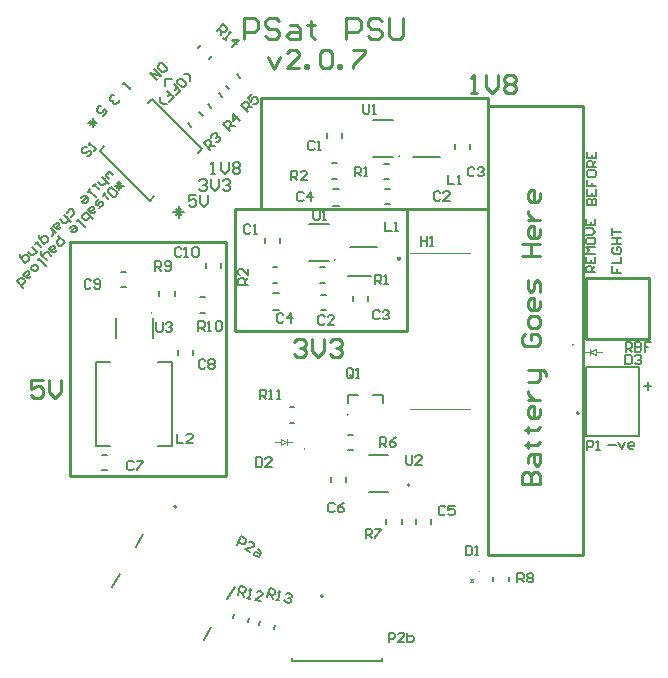
<source format=gto>
G04*
G04 #@! TF.GenerationSoftware,Altium Limited,Altium Designer,25.1.2 (22)*
G04*
G04 Layer_Color=65535*
%FSLAX44Y44*%
%MOMM*%
G71*
G04*
G04 #@! TF.SameCoordinates,4DC4BC11-A5A9-46D6-A818-46A4CD50810F*
G04*
G04*
G04 #@! TF.FilePolarity,Positive*
G04*
G01*
G75*
%ADD10C,0.3000*%
%ADD11C,0.2000*%
%ADD12C,0.1000*%
%ADD13C,0.2032*%
%ADD14C,0.1270*%
%ADD15C,0.2540*%
%ADD16C,0.1500*%
%ADD17C,0.1600*%
D10*
X339626Y341176D02*
G03*
X338626Y341176I-500J0D01*
G01*
X338670Y341062D02*
G03*
X339670Y341062I500J0D01*
G01*
D11*
X348015Y149523D02*
G03*
X348015Y149523I-1000J0D01*
G01*
X274770Y55500D02*
G03*
X274770Y55500I-1000J0D01*
G01*
X150742Y131231D02*
G03*
X150742Y131231I-1000J0D01*
G01*
X491474Y210237D02*
G03*
X491474Y210237I-1000J0D01*
G01*
X284953Y340329D02*
G03*
X284953Y340329I-254J0D01*
G01*
X295900Y209054D02*
G03*
X295900Y209054I-254J0D01*
G01*
X486280Y268347D02*
G03*
X486280Y268347I-254J0D01*
G01*
X259143Y179865D02*
G03*
X259143Y179865I-254J0D01*
G01*
X339302Y428178D02*
G03*
X339302Y428178I-254J0D01*
G01*
X297733Y350825D02*
X320733D01*
X351093Y427014D02*
X374093D01*
X128247Y390356D02*
X131818Y393927D01*
X85821Y432782D02*
X128247Y390356D01*
X85821Y432782D02*
X89392Y436353D01*
X126161Y473123D02*
X129732Y476693D01*
X172159Y434267D01*
X168587Y430696D02*
X172159Y434267D01*
X193599Y52794D02*
X199849Y63620D01*
X116177Y97494D02*
X122427Y108320D01*
X173599Y18153D02*
X180000Y29239D01*
X96177Y62853D02*
X102577Y73938D01*
X179848Y413181D02*
X183181D01*
X181514D01*
Y423177D01*
X179848Y421511D01*
X188179Y423177D02*
Y416513D01*
X191511Y413181D01*
X194843Y416513D01*
Y423177D01*
X198176Y421511D02*
X199842Y423177D01*
X203174D01*
X204840Y421511D01*
Y419845D01*
X203174Y418179D01*
X204840Y416513D01*
Y414847D01*
X203174Y413181D01*
X199842D01*
X198176Y414847D01*
Y416513D01*
X199842Y418179D01*
X198176Y419845D01*
Y421511D01*
X199842Y418179D02*
X203174D01*
X169688Y407054D02*
X171354Y408721D01*
X174686D01*
X176352Y407054D01*
Y405388D01*
X174686Y403722D01*
X173020D01*
X174686D01*
X176352Y402056D01*
Y400390D01*
X174686Y398724D01*
X171354D01*
X169688Y400390D01*
X179684Y408721D02*
Y402056D01*
X183016Y398724D01*
X186349Y402056D01*
Y408721D01*
X189681Y407054D02*
X191347Y408721D01*
X194679D01*
X196346Y407054D01*
Y405388D01*
X194679Y403722D01*
X193013D01*
X194679D01*
X196346Y402056D01*
Y400390D01*
X194679Y398724D01*
X191347D01*
X189681Y400390D01*
X167610Y394907D02*
X160946D01*
Y389909D01*
X164278Y391575D01*
X165944D01*
X167610Y389909D01*
Y386576D01*
X165944Y384910D01*
X162612D01*
X160946Y386576D01*
X170943Y394907D02*
Y388243D01*
X174275Y384910D01*
X177607Y388243D01*
Y394907D01*
X152521Y385418D02*
Y375993D01*
X147809Y380705D02*
X157234D01*
X150165Y383061D02*
X154878Y378349D01*
X150165D02*
X154878Y383061D01*
D12*
X407349Y76443D02*
G03*
X407349Y76443I-254J0D01*
G01*
X348370Y346000D02*
X399170D01*
X348370Y214000D02*
X399170D01*
X501185Y261997D02*
X505584Y259457D01*
Y264537D01*
X501185Y261997D02*
X505584Y264537D01*
X501012Y259457D02*
Y264537D01*
X505584Y261997D02*
X510664D01*
X496440D02*
X501520D01*
X239331Y188755D02*
X243731Y186215D01*
X239331Y183675D02*
Y188755D01*
Y183675D02*
X243731Y186215D01*
X243903Y183675D02*
Y188755D01*
X234251Y186215D02*
X239331D01*
X243395D02*
X248475D01*
X400813Y69753D02*
X402083Y67553D01*
X399543D02*
X402083D01*
X399543D02*
X400813Y69753D01*
X399543Y70347D02*
X402083D01*
D13*
X129755Y295248D02*
G03*
X129755Y295248I-254J0D01*
G01*
D14*
X164480Y259837D02*
Y263901D01*
X151780Y259837D02*
Y263901D01*
X232621Y298016D02*
X237701D01*
X232621Y312416D02*
X237701D01*
X283204Y385969D02*
X288284D01*
X283204Y400369D02*
X288284D01*
X313160Y305195D02*
Y309259D01*
X300460Y305195D02*
Y309259D01*
X386798Y434241D02*
Y438305D01*
X399497Y434241D02*
Y438305D01*
X273141Y298083D02*
X277205D01*
X273141Y310784D02*
X277205D01*
X327247Y387685D02*
X331311D01*
X327247Y400385D02*
X331311D01*
X238142Y354884D02*
Y358949D01*
X225442Y354884D02*
Y358949D01*
X290717Y443750D02*
Y447814D01*
X278017Y443750D02*
Y447814D01*
X272066Y333921D02*
X276129D01*
X272066Y320713D02*
X276129D01*
X175281Y333352D02*
Y337416D01*
X187981Y333352D02*
Y337416D01*
X314015Y143423D02*
X330015D01*
X314015Y174623D02*
X330015Y174623D01*
X248770Y500D02*
Y2800D01*
Y500D02*
X324770D01*
Y2800D01*
X296218Y326285D02*
X315334D01*
X134916Y182500D02*
X147216D01*
X82215D02*
X94515D01*
X134916Y253500D02*
X147216D01*
X82215D02*
X94515D01*
X147216Y182500D02*
Y253500D01*
X82215Y182500D02*
Y253500D01*
X497474Y190737D02*
Y249737D01*
Y190737D02*
X542474D01*
X497474Y249737D02*
X542474D01*
Y190737D02*
Y249737D01*
X262728Y339567D02*
X279746D01*
X262728Y370555D02*
X279746D01*
X296132Y225460D02*
X304432D01*
X316832D02*
X325132D01*
Y218760D02*
Y225460D01*
X296132Y218760D02*
Y225460D01*
X169860Y465116D02*
X172733Y462243D01*
X160520Y455777D02*
X163394Y452903D01*
X186318Y481302D02*
X189192Y478429D01*
X176979Y471963D02*
X179853Y469089D01*
X201539Y497171D02*
X204413Y494297D01*
X192200Y487832D02*
X195073Y484958D01*
X296141Y192255D02*
X300205D01*
X296141Y179047D02*
X300205D01*
X328477Y116961D02*
Y121025D01*
X341685Y116961D02*
Y121025D01*
X419004Y68042D02*
Y72106D01*
X432212Y68042D02*
Y72106D01*
X135875Y309529D02*
Y313594D01*
X149083Y309529D02*
Y313594D01*
X170688Y295349D02*
X174752D01*
X170688Y308557D02*
X174752D01*
X246441Y215498D02*
X250505D01*
X246441Y202290D02*
X250505D01*
X198633Y36630D02*
X199685Y40555D01*
X211391Y33211D02*
X212443Y37137D01*
X220438Y30787D02*
X221490Y34713D01*
X233196Y27369D02*
X234248Y31294D01*
X178174Y510267D02*
X181047Y513141D01*
X168834Y519607D02*
X171708Y522480D01*
X282712Y421817D02*
X286776D01*
X282712Y408609D02*
X286776D01*
X232129Y333865D02*
X236193D01*
X232129Y320657D02*
X236193D01*
X326414Y421770D02*
X330479D01*
X326414Y408562D02*
X330479D01*
X353305Y116699D02*
Y120763D01*
X366005Y116699D02*
Y120763D01*
X293860Y152034D02*
Y156098D01*
X281160Y152034D02*
Y156098D01*
X87783Y174690D02*
X91847D01*
X87783Y161990D02*
X91847D01*
X103752Y330263D02*
X107816D01*
X103752Y317563D02*
X107816D01*
X99623Y273748D02*
Y291348D01*
X130423Y273748D02*
Y291348D01*
X317077Y458404D02*
X334095D01*
X317077Y427416D02*
X334095D01*
D15*
X60600Y157350D02*
X192628D01*
Y355244D01*
X199909Y279720D02*
X345819D01*
X199909Y383500D02*
X345819D01*
Y279720D02*
Y383500D01*
X199909Y279720D02*
Y383500D01*
X222353D02*
X414530D01*
X222353Y477599D02*
X414530D01*
Y384495D02*
Y477599D01*
X222353Y384495D02*
Y477599D01*
X414603Y90245D02*
X494603D01*
X414603Y470245D02*
X494603D01*
Y90245D02*
Y470245D01*
X414603Y90245D02*
Y470245D01*
X60600Y355244D02*
X192628D01*
X60600Y157350D02*
Y355244D01*
X497186Y272980D02*
Y324480D01*
X550986D01*
Y272980D02*
Y324480D01*
X497186Y272980D02*
X550986D01*
X254289Y502756D02*
X244132D01*
X254289Y512912D01*
Y515452D01*
X251750Y517991D01*
X246671D01*
X244132Y515452D01*
X259367Y502756D02*
Y505295D01*
X261906D01*
Y502756D01*
X259367D01*
X272063Y515452D02*
X274602Y517991D01*
X279681D01*
X282220Y515452D01*
Y505295D01*
X279681Y502756D01*
X274602D01*
X272063Y505295D01*
Y515452D01*
X287298Y502756D02*
Y505295D01*
X289837D01*
Y502756D01*
X287298D01*
X299994Y517991D02*
X310151D01*
Y515452D01*
X299994Y505295D01*
Y502756D01*
X207637Y527104D02*
Y545098D01*
X216634D01*
X219633Y542099D01*
Y536101D01*
X216634Y533102D01*
X207637D01*
X237627Y542099D02*
X234628Y545098D01*
X228630D01*
X225631Y542099D01*
Y539100D01*
X228630Y536101D01*
X234628D01*
X237627Y533102D01*
Y530103D01*
X234628Y527104D01*
X228630D01*
X225631Y530103D01*
X246624Y539100D02*
X252622D01*
X255621Y536101D01*
Y527104D01*
X246624D01*
X243625Y530103D01*
X246624Y533102D01*
X255621D01*
X264618Y542099D02*
Y539100D01*
X261619D01*
X267617D01*
X264618D01*
Y530103D01*
X267617Y527104D01*
X294609D02*
Y545098D01*
X303606D01*
X306605Y542099D01*
Y536101D01*
X303606Y533102D01*
X294609D01*
X324599Y542099D02*
X321600Y545098D01*
X315602D01*
X312603Y542099D01*
Y539100D01*
X315602Y536101D01*
X321600D01*
X324599Y533102D01*
Y530103D01*
X321600Y527104D01*
X315602D01*
X312603Y530103D01*
X330597Y545098D02*
Y530103D01*
X333596Y527104D01*
X339594D01*
X342593Y530103D01*
Y545098D01*
X37788Y238737D02*
X27632D01*
Y231120D01*
X32710Y233659D01*
X35249D01*
X37788Y231120D01*
Y226041D01*
X35249Y223502D01*
X30171D01*
X27632Y226041D01*
X42867Y238737D02*
Y228581D01*
X47945Y223502D01*
X53023Y228581D01*
Y238737D01*
X249973Y270986D02*
X252512Y273525D01*
X257590D01*
X260130Y270986D01*
Y268447D01*
X257590Y265908D01*
X255051D01*
X257590D01*
X260130Y263369D01*
Y260830D01*
X257590Y258290D01*
X252512D01*
X249973Y260830D01*
X265208Y273525D02*
Y263369D01*
X270286Y258290D01*
X275365Y263369D01*
Y273525D01*
X280443Y270986D02*
X282982Y273525D01*
X288060D01*
X290600Y270986D01*
Y268447D01*
X288060Y265908D01*
X285521D01*
X288060D01*
X290600Y263369D01*
Y260830D01*
X288060Y258290D01*
X282982D01*
X280443Y260830D01*
X399933Y481873D02*
X405012D01*
X402473D01*
Y497108D01*
X399933Y494569D01*
X412629Y497108D02*
Y486951D01*
X417708Y481873D01*
X422786Y486951D01*
Y497108D01*
X427864Y494569D02*
X430404Y497108D01*
X435482D01*
X438021Y494569D01*
Y492029D01*
X435482Y489490D01*
X438021Y486951D01*
Y484412D01*
X435482Y481873D01*
X430404D01*
X427864Y484412D01*
Y486951D01*
X430404Y489490D01*
X427864Y492029D01*
Y494569D01*
X430404Y489490D02*
X435482D01*
X443419Y150383D02*
X458654D01*
Y158000D01*
X456115Y160539D01*
X453576D01*
X451036Y158000D01*
Y150383D01*
Y158000D01*
X448497Y160539D01*
X445958D01*
X443419Y158000D01*
Y150383D01*
X448497Y168157D02*
Y173235D01*
X451036Y175774D01*
X458654D01*
Y168157D01*
X456115Y165618D01*
X453576Y168157D01*
Y175774D01*
X445958Y183392D02*
X448497D01*
Y180853D01*
Y185931D01*
Y183392D01*
X456115D01*
X458654Y185931D01*
X445958Y196088D02*
X448497D01*
Y193549D01*
Y198627D01*
Y196088D01*
X456115D01*
X458654Y198627D01*
Y213862D02*
Y208784D01*
X456115Y206245D01*
X451036D01*
X448497Y208784D01*
Y213862D01*
X451036Y216401D01*
X453576D01*
Y206245D01*
X448497Y221480D02*
X458654D01*
X453576D01*
X451036Y224019D01*
X448497Y226558D01*
Y229097D01*
Y236715D02*
X456115D01*
X458654Y239254D01*
Y246871D01*
X461193D01*
X463732Y244332D01*
Y241793D01*
X458654Y246871D02*
X448497D01*
X445958Y277342D02*
X443419Y274802D01*
Y269724D01*
X445958Y267185D01*
X456115D01*
X458654Y269724D01*
Y274802D01*
X456115Y277342D01*
X451036D01*
Y272263D01*
X458654Y284959D02*
Y290037D01*
X456115Y292577D01*
X451036D01*
X448497Y290037D01*
Y284959D01*
X451036Y282420D01*
X456115D01*
X458654Y284959D01*
Y305273D02*
Y300194D01*
X456115Y297655D01*
X451036D01*
X448497Y300194D01*
Y305273D01*
X451036Y307812D01*
X453576D01*
Y297655D01*
X458654Y312890D02*
Y320508D01*
X456115Y323047D01*
X453576Y320508D01*
Y315429D01*
X451036Y312890D01*
X448497Y315429D01*
Y323047D01*
X443419Y343360D02*
X458654D01*
X451036D01*
Y353517D01*
X443419D01*
X458654D01*
Y366213D02*
Y361135D01*
X456115Y358595D01*
X451036D01*
X448497Y361135D01*
Y366213D01*
X451036Y368752D01*
X453576D01*
Y358595D01*
X448497Y373830D02*
X458654D01*
X453576D01*
X451036Y376370D01*
X448497Y378909D01*
Y381448D01*
X458654Y396683D02*
Y391605D01*
X456115Y389066D01*
X451036D01*
X448497Y391605D01*
Y396683D01*
X451036Y399222D01*
X453576D01*
Y389066D01*
X228570Y512216D02*
X233648Y502059D01*
X238726Y512216D01*
D16*
X106909Y491093D02*
X105024Y489208D01*
X105967Y490150D01*
X111622Y484495D01*
X111622Y486380D01*
X519436Y334822D02*
Y329491D01*
X523435D01*
Y332157D01*
Y329491D01*
X527434D01*
X519436Y337488D02*
X527434D01*
Y342820D01*
X520769Y350817D02*
X519436Y349484D01*
Y346819D01*
X520769Y345486D01*
X526101D01*
X527434Y346819D01*
Y349484D01*
X526101Y350817D01*
X523435D01*
Y348152D01*
X519436Y353483D02*
X527434D01*
X523435D01*
Y358815D01*
X519436D01*
X527434D01*
X519436Y361480D02*
Y366812D01*
Y364146D01*
X527434D01*
X498088Y386575D02*
X506086D01*
Y390574D01*
X504753Y391907D01*
X503420D01*
X502087Y390574D01*
Y386575D01*
Y390574D01*
X500754Y391907D01*
X499421D01*
X498088Y390574D01*
Y386575D01*
Y399904D02*
Y394573D01*
X506086D01*
Y399904D01*
X502087Y394573D02*
Y397239D01*
X498088Y407902D02*
Y402570D01*
X502087D01*
Y405236D01*
Y402570D01*
X506086D01*
X498088Y414566D02*
Y411900D01*
X499421Y410568D01*
X504753D01*
X506086Y411900D01*
Y414566D01*
X504753Y415899D01*
X499421D01*
X498088Y414566D01*
X506086Y418565D02*
X498088D01*
Y422564D01*
X499421Y423897D01*
X502087D01*
X503420Y422564D01*
Y418565D01*
Y421231D02*
X506086Y423897D01*
X498088Y431894D02*
Y426562D01*
X506086D01*
Y431894D01*
X502087Y426562D02*
Y429228D01*
X505445Y329562D02*
X497448D01*
Y333560D01*
X498781Y334893D01*
X501446D01*
X502780Y333560D01*
Y329562D01*
Y332228D02*
X505445Y334893D01*
X497448Y342891D02*
Y337559D01*
X505445D01*
Y342891D01*
X501446Y337559D02*
Y340225D01*
X505445Y345556D02*
X497448D01*
X500114Y348222D01*
X497448Y350888D01*
X505445D01*
X497448Y357553D02*
Y354887D01*
X498781Y353554D01*
X504112D01*
X505445Y354887D01*
Y357553D01*
X504112Y358886D01*
X498781D01*
X497448Y357553D01*
Y361551D02*
X502780D01*
X505445Y364217D01*
X502780Y366883D01*
X497448D01*
Y374880D02*
Y369549D01*
X505445D01*
Y374880D01*
X501446Y369549D02*
Y372215D01*
X79725Y460096D02*
Y452556D01*
X75956Y456326D02*
X83496D01*
X77840Y458211D02*
X81611Y454441D01*
X77840D02*
X81611Y458211D01*
X140486Y499009D02*
X142371Y500894D01*
X142371Y502779D01*
X138601Y506549D01*
X136716D01*
X134831Y504664D01*
X134831Y502779D01*
X138601Y499009D01*
X140486D01*
X132003Y501837D02*
X137658Y496182D01*
X128233Y498067D01*
X133888Y492411D01*
X146532Y493485D02*
X140877D01*
X140877Y487830D01*
X156854Y497538D02*
X160624D01*
X162509Y495653D01*
Y491883D01*
X156854Y486228D02*
X158738Y488113D01*
X158739Y489998D01*
X154969Y493768D01*
X153083D01*
X151199Y491883D01*
X151199Y489998D01*
X154969Y486228D01*
X156854D01*
X150256Y479630D02*
X154026Y483400D01*
X151199Y486228D01*
X149313Y484343D01*
X151199Y486228D01*
X148371Y489055D01*
X144601Y473975D02*
X148371Y477745D01*
X145543Y480573D01*
X143659Y478688D01*
X145543Y480573D01*
X142716Y483400D01*
X137061Y477745D02*
Y473975D01*
X138946Y472090D01*
X142716D01*
X105979Y403113D02*
X98439D01*
X102209Y406883D02*
Y399343D01*
X104094Y404998D02*
X100324Y401228D01*
Y404998D02*
X104094Y401228D01*
X101266Y396516D02*
X95611Y402170D01*
X92784Y399343D01*
X92784Y397458D01*
X96554Y393688D01*
X98439D01*
X101266Y396516D01*
X89956D02*
X88071Y394631D01*
X89014Y395573D01*
X92784Y391803D01*
X93726Y392746D01*
X85244Y391803D02*
X82416Y388975D01*
Y387090D01*
X84301D01*
X86186Y388975D01*
X88071D01*
X88071Y387090D01*
X85244Y384263D01*
X82416Y381435D02*
X80531Y379550D01*
X78646D01*
X75819Y382378D01*
X78646Y385205D01*
X80531D01*
Y383320D01*
X77704Y380493D01*
X79589Y374838D02*
X73934Y380493D01*
X71106Y377665D01*
Y375780D01*
X72049Y374838D01*
X72991Y373895D01*
X74876D01*
X77704Y376723D01*
X68279Y374838D02*
X66394Y372953D01*
X67336Y373895D01*
X72991Y368240D01*
X73934Y369183D01*
X60739Y367298D02*
X62624Y369183D01*
X64509D01*
X66394Y367298D01*
X66393Y365413D01*
X64509Y363528D01*
X62624D01*
X61681Y364470D01*
X65451Y368240D01*
X50371Y360700D02*
X56026Y355045D01*
X53198Y352218D01*
X51314D01*
X49429Y354103D01*
X49429Y355988D01*
X52256Y358815D01*
X49429Y348448D02*
X47543Y346563D01*
X45658D01*
X42831Y349390D01*
X45658Y352218D01*
X47544D01*
X47543Y350333D01*
X44716Y347505D01*
Y343735D02*
X41888Y346563D01*
X40003D01*
X37176Y343735D01*
X36233Y344678D01*
Y346563D01*
X37176Y347505D01*
Y343735D02*
X40946Y339965D01*
X35291Y341850D02*
X33406Y339965D01*
X34348Y340908D01*
X40003Y335253D01*
X40946Y336195D01*
X29636Y336195D02*
X27751Y334310D01*
X27751Y332425D01*
X29636Y330540D01*
X31521D01*
X33406Y332425D01*
X33406Y334310D01*
X31521Y336195D01*
X29636D01*
X27751Y326770D02*
X25866Y324885D01*
X23981D01*
X21153Y327713D01*
X23981Y330540D01*
X25866D01*
X25866Y328655D01*
X23038Y325828D01*
X21153Y316403D02*
X15498Y322058D01*
X18326Y324885D01*
X20211D01*
X22096Y323000D01*
Y321115D01*
X19268Y318288D01*
X97287Y412131D02*
X94460Y414959D01*
X92575D01*
X92575Y413074D01*
X90689D01*
X90689Y411189D01*
X93517Y408361D01*
Y404591D02*
X87862Y410246D01*
X90689Y407419D01*
X90689Y405534D01*
X88805Y403649D01*
X86919D01*
X84092Y406476D01*
X82207Y404591D02*
X80322Y402706D01*
X81264Y403649D01*
X85035Y399879D01*
X85977Y400821D01*
X77494Y399879D02*
X75609Y397994D01*
X76552Y398936D01*
X82207Y393281D01*
X83149Y394224D01*
X69954Y392339D02*
X71839Y394224D01*
X73724D01*
X75609Y392339D01*
Y390454D01*
X73724Y388569D01*
X71839D01*
X70897Y389511D01*
X74667Y393281D01*
X61472Y376316D02*
X64299Y379144D01*
Y381029D01*
X62414Y382914D01*
X60529D01*
X57702Y380086D01*
X61472Y372546D02*
X55817Y378201D01*
X58644Y375374D01*
X58644Y373489D01*
X56759Y371604D01*
X54874D01*
X52047Y374431D01*
X52989Y367834D02*
X51104Y365949D01*
X49219D01*
X46392Y368776D01*
X49219Y371604D01*
X51104D01*
X51104Y369719D01*
X48277Y366891D01*
Y363121D02*
X44507Y366891D01*
X46392Y365006D01*
Y363121D01*
Y361236D01*
X45449Y360294D01*
X35082Y361236D02*
X34139Y360294D01*
Y358409D01*
X38852Y353696D01*
X41679Y356524D01*
X41679Y358409D01*
X39794Y360294D01*
X37909D01*
X35082Y357466D01*
X33197Y355581D02*
X31312Y353696D01*
X32254Y354639D01*
X36024Y350868D01*
X36967Y351811D01*
X28484Y350868D02*
X32254Y347099D01*
X29427Y344271D01*
X27542D01*
X24714Y347099D01*
X19059Y345214D02*
X18117Y344271D01*
Y342386D01*
X22829Y337673D01*
X25657Y340501D01*
X25657Y342386D01*
X23772Y344271D01*
X21887D01*
X19059Y341443D01*
X101789Y475645D02*
X101789Y473760D01*
X99904Y471875D01*
X98019D01*
X97077Y472818D01*
Y474703D01*
X98019Y475645D01*
X97077Y474703D01*
X95191Y474703D01*
X94249Y475645D01*
X94249Y477530D01*
X96134Y479415D01*
X98019D01*
X88134Y461639D02*
X91904Y465409D01*
X89077Y468237D01*
X88134Y465409D01*
X87192Y464467D01*
X85307D01*
X83422Y466352D01*
X83422Y468237D01*
X85307Y470122D01*
X87192D01*
X516163Y183455D02*
X522828D01*
X524928Y185653D02*
X527593Y180322D01*
X530259Y185653D01*
X536924Y180322D02*
X534258D01*
X532925Y181654D01*
Y184320D01*
X534258Y185653D01*
X536924D01*
X538257Y184320D01*
Y182987D01*
X532925D01*
X546195Y233715D02*
X552859D01*
X549527Y237047D02*
Y230382D01*
X154710Y349568D02*
X153377Y350901D01*
X150711D01*
X149378Y349568D01*
Y344237D01*
X150711Y342904D01*
X153377D01*
X154710Y344237D01*
X157376Y342904D02*
X160041D01*
X158708D01*
Y350901D01*
X157376Y349568D01*
X164040D02*
X165373Y350901D01*
X168039D01*
X169372Y349568D01*
Y344237D01*
X168039Y342904D01*
X165373D01*
X164040Y344237D01*
Y349568D01*
X395478Y98167D02*
Y90170D01*
X399477D01*
X400810Y91503D01*
Y96834D01*
X399477Y98167D01*
X395478D01*
X403475Y90170D02*
X406141D01*
X404808D01*
Y98167D01*
X403475Y96834D01*
X213338Y368988D02*
X212005Y370321D01*
X209339D01*
X208006Y368988D01*
Y363656D01*
X209339Y362323D01*
X212005D01*
X213338Y363656D01*
X216004Y362323D02*
X218669D01*
X217337D01*
Y370321D01*
X216004Y368988D01*
X267668Y439650D02*
X266335Y440982D01*
X263669D01*
X262336Y439650D01*
Y434318D01*
X263669Y432985D01*
X266335D01*
X267668Y434318D01*
X270333Y432985D02*
X272999D01*
X271666D01*
Y440982D01*
X270333Y439650D01*
X276182Y291977D02*
X274849Y293310D01*
X272183D01*
X270850Y291977D01*
Y286646D01*
X272183Y285313D01*
X274849D01*
X276182Y286646D01*
X284179Y285313D02*
X278848D01*
X284179Y290644D01*
Y291977D01*
X282846Y293310D01*
X280180D01*
X278848Y291977D01*
X374007Y396997D02*
X372674Y398330D01*
X370008D01*
X368675Y396997D01*
Y391666D01*
X370008Y390333D01*
X372674D01*
X374007Y391666D01*
X382004Y390333D02*
X376673D01*
X382004Y395665D01*
Y396997D01*
X380671Y398330D01*
X378005D01*
X376673Y396997D01*
X322619Y296444D02*
X321286Y297777D01*
X318620D01*
X317287Y296444D01*
Y291112D01*
X318620Y289779D01*
X321286D01*
X322619Y291112D01*
X325285Y296444D02*
X326618Y297777D01*
X329283D01*
X330616Y296444D01*
Y295111D01*
X329283Y293778D01*
X327951D01*
X329283D01*
X330616Y292445D01*
Y291112D01*
X329283Y289779D01*
X326618D01*
X325285Y291112D01*
X402997Y417528D02*
X401664Y418861D01*
X398998D01*
X397665Y417528D01*
Y412197D01*
X398998Y410864D01*
X401664D01*
X402997Y412197D01*
X405663Y417528D02*
X406996Y418861D01*
X409661D01*
X410994Y417528D01*
Y416195D01*
X409661Y414863D01*
X408328D01*
X409661D01*
X410994Y413530D01*
Y412197D01*
X409661Y410864D01*
X406996D01*
X405663Y412197D01*
X241201Y293735D02*
X239868Y295068D01*
X237202D01*
X235869Y293735D01*
Y288404D01*
X237202Y287071D01*
X239868D01*
X241201Y288404D01*
X247866Y287071D02*
Y295068D01*
X243867Y291070D01*
X249198D01*
X258282Y396462D02*
X256949Y397795D01*
X254284D01*
X252951Y396462D01*
Y391131D01*
X254284Y389798D01*
X256949D01*
X258282Y391131D01*
X264947Y389798D02*
Y397795D01*
X260948Y393797D01*
X266280D01*
X327589Y372509D02*
Y364511D01*
X332920D01*
X335586D02*
X338252D01*
X336919D01*
Y372509D01*
X335586Y371176D01*
X380690Y412030D02*
Y404032D01*
X386021D01*
X388687D02*
X391353D01*
X390020D01*
Y412030D01*
X388687Y410697D01*
X301416Y410975D02*
Y418972D01*
X305415D01*
X306748Y417639D01*
Y414973D01*
X305415Y413641D01*
X301416D01*
X304082D02*
X306748Y410975D01*
X309414D02*
X312080D01*
X310747D01*
Y418972D01*
X309414Y417639D01*
X318745Y319534D02*
Y327532D01*
X322743D01*
X324076Y326199D01*
Y323533D01*
X322743Y322200D01*
X318745D01*
X321410D02*
X324076Y319534D01*
X326742D02*
X329408D01*
X328075D01*
Y327532D01*
X326742Y326199D01*
X211086Y319322D02*
X203088D01*
Y323321D01*
X204421Y324654D01*
X207087D01*
X208420Y323321D01*
Y319322D01*
Y321988D02*
X211086Y324654D01*
Y332651D02*
Y327320D01*
X205754Y332651D01*
X204421D01*
X203088Y331319D01*
Y328653D01*
X204421Y327320D01*
X247810Y407798D02*
Y415795D01*
X251808D01*
X253141Y414462D01*
Y411796D01*
X251808Y410464D01*
X247810D01*
X250475D02*
X253141Y407798D01*
X261138D02*
X255807D01*
X261138Y413129D01*
Y414462D01*
X259806Y415795D01*
X257140D01*
X255807Y414462D01*
X308674Y472043D02*
Y465378D01*
X310007Y464045D01*
X312673D01*
X314006Y465378D01*
Y472043D01*
X316672Y464045D02*
X319338D01*
X318005D01*
Y472043D01*
X316672Y470710D01*
X266492Y382236D02*
Y375571D01*
X267825Y374238D01*
X270490D01*
X271823Y375571D01*
Y382236D01*
X274489Y374238D02*
X277155D01*
X275822D01*
Y382236D01*
X274489Y380903D01*
X184813Y534052D02*
X190469Y539707D01*
X193296Y536879D01*
Y534994D01*
X191411Y533109D01*
X189526Y533109D01*
X186698Y535937D01*
X188584Y534052D02*
Y530282D01*
X190469Y528397D02*
X192353Y526512D01*
X191411Y527454D01*
X197066Y533109D01*
X195181Y533109D01*
X198008Y520857D02*
X203664Y526512D01*
X198008Y526512D01*
X201779Y522742D01*
X357386Y360296D02*
Y352299D01*
Y356297D01*
X362717D01*
Y360296D01*
Y352299D01*
X365383D02*
X368049D01*
X366716D01*
Y360296D01*
X365383Y358963D01*
X227570Y54724D02*
X229639Y62449D01*
X233502Y61414D01*
X234444Y59782D01*
X233754Y57207D01*
X232122Y56264D01*
X228260Y57299D01*
X230835Y56609D02*
X232719Y53344D01*
X235294Y52654D02*
X237869Y51964D01*
X236582Y52309D01*
X238652Y60034D01*
X237019Y59092D01*
X243457Y57367D02*
X245089Y58309D01*
X247664Y57619D01*
X248607Y55987D01*
X248262Y54700D01*
X246629Y53757D01*
X245342Y54102D01*
X246629Y53757D01*
X247572Y52125D01*
X247227Y50837D01*
X245594Y49894D01*
X243019Y50585D01*
X242077Y52217D01*
X202695Y56234D02*
X204765Y63959D01*
X208627Y62924D01*
X209570Y61292D01*
X208880Y58717D01*
X207248Y57774D01*
X203385Y58809D01*
X205960Y58119D02*
X207845Y54854D01*
X210420Y54164D02*
X212995Y53474D01*
X211707Y53819D01*
X213777Y61544D01*
X212145Y60602D01*
X222007Y51059D02*
X216857Y52439D01*
X223387Y56209D01*
X223732Y57497D01*
X222790Y59129D01*
X220215Y59819D01*
X218582Y58877D01*
X221240Y222317D02*
Y230314D01*
X225239D01*
X226572Y228981D01*
Y226315D01*
X225239Y224983D01*
X221240D01*
X223906D02*
X226572Y222317D01*
X229237D02*
X231903D01*
X230570D01*
Y230314D01*
X229237Y228981D01*
X235902Y222317D02*
X238568D01*
X237235D01*
Y230314D01*
X235902Y228981D01*
X300147Y241723D02*
Y247055D01*
X298814Y248388D01*
X296148D01*
X294816Y247055D01*
Y241723D01*
X296148Y240390D01*
X298814D01*
X297481Y243056D02*
X300147Y240390D01*
X298814D02*
X300147Y241723D01*
X302813Y240390D02*
X305479D01*
X304146D01*
Y248388D01*
X302813Y247055D01*
X133548Y287355D02*
Y280691D01*
X134881Y279358D01*
X137547D01*
X138880Y280691D01*
Y287355D01*
X141546Y286022D02*
X142879Y287355D01*
X145545D01*
X146877Y286022D01*
Y284689D01*
X145545Y283357D01*
X144212D01*
X145545D01*
X146877Y282024D01*
Y280691D01*
X145545Y279358D01*
X142879D01*
X141546Y280691D01*
X169119Y280043D02*
Y288040D01*
X173118D01*
X174451Y286707D01*
Y284042D01*
X173118Y282709D01*
X169119D01*
X171785D02*
X174451Y280043D01*
X177117D02*
X179782D01*
X178449D01*
Y288040D01*
X177117Y286707D01*
X183781D02*
X185114Y288040D01*
X187780D01*
X189113Y286707D01*
Y281376D01*
X187780Y280043D01*
X185114D01*
X183781Y281376D01*
Y286707D01*
X132580Y331094D02*
Y339091D01*
X136579D01*
X137912Y337758D01*
Y335092D01*
X136579Y333759D01*
X132580D01*
X135246D02*
X137912Y331094D01*
X140577Y332426D02*
X141910Y331094D01*
X144576D01*
X145909Y332426D01*
Y337758D01*
X144576Y339091D01*
X141910D01*
X140577Y337758D01*
Y336425D01*
X141910Y335092D01*
X145909D01*
X151026Y192918D02*
Y184920D01*
X156358D01*
X164355D02*
X159024D01*
X164355Y190252D01*
Y191585D01*
X163022Y192918D01*
X160356D01*
X159024Y191585D01*
X78236Y322548D02*
X76903Y323881D01*
X74237D01*
X72904Y322548D01*
Y317216D01*
X74237Y315883D01*
X76903D01*
X78236Y317216D01*
X80901D02*
X82234Y315883D01*
X84900D01*
X86233Y317216D01*
Y322548D01*
X84900Y323881D01*
X82234D01*
X80901Y322548D01*
Y321215D01*
X82234Y319882D01*
X86233D01*
X114359Y168720D02*
X113026Y170053D01*
X110361D01*
X109028Y168720D01*
Y163388D01*
X110361Y162055D01*
X113026D01*
X114359Y163388D01*
X117025Y170053D02*
X122357D01*
Y168720D01*
X117025Y163388D01*
Y162055D01*
X330259Y16697D02*
Y24695D01*
X334258D01*
X335590Y23362D01*
Y20696D01*
X334258Y19363D01*
X330259D01*
X343588Y16697D02*
X338256D01*
X343588Y22029D01*
Y23362D01*
X342255Y24695D01*
X339589D01*
X338256Y23362D01*
X346254Y24695D02*
Y16697D01*
X350252D01*
X351585Y18030D01*
Y19363D01*
Y20696D01*
X350252Y22029D01*
X346254D01*
X345030Y174851D02*
Y168187D01*
X346363Y166854D01*
X349029D01*
X350362Y168187D01*
Y174851D01*
X358359Y166854D02*
X353028D01*
X358359Y172185D01*
Y173518D01*
X357026Y174851D01*
X354361D01*
X353028Y173518D01*
X439412Y67114D02*
Y75111D01*
X443410D01*
X444743Y73778D01*
Y71112D01*
X443410Y69780D01*
X439412D01*
X442077D02*
X444743Y67114D01*
X447409Y73778D02*
X448742Y75111D01*
X451408D01*
X452741Y73778D01*
Y72445D01*
X451408Y71112D01*
X452741Y69780D01*
Y68447D01*
X451408Y67114D01*
X448742D01*
X447409Y68447D01*
Y69780D01*
X448742Y71112D01*
X447409Y72445D01*
Y73778D01*
X448742Y71112D02*
X451408D01*
X310898Y104573D02*
Y112570D01*
X314897D01*
X316229Y111237D01*
Y108572D01*
X314897Y107239D01*
X310898D01*
X313564D02*
X316229Y104573D01*
X318895Y112570D02*
X324227D01*
Y111237D01*
X318895Y105906D01*
Y104573D01*
X323109Y182067D02*
Y190064D01*
X327108D01*
X328441Y188731D01*
Y186065D01*
X327108Y184732D01*
X323109D01*
X325775D02*
X328441Y182067D01*
X336438Y190064D02*
X333773Y188731D01*
X331107Y186065D01*
Y183400D01*
X332440Y182067D01*
X335106D01*
X336438Y183400D01*
Y184732D01*
X335106Y186065D01*
X331107D01*
X201669Y99218D02*
X205668Y106144D01*
X209131Y104145D01*
X209619Y102324D01*
X208286Y100015D01*
X206465Y99528D01*
X203002Y101527D01*
X213212Y92554D02*
X208595Y95220D01*
X215878Y97171D01*
X216545Y98326D01*
X216057Y100146D01*
X213748Y101479D01*
X211927Y100991D01*
X219341Y95172D02*
X221650Y93839D01*
X222138Y92018D01*
X220138Y88555D01*
X216675Y90554D01*
X216187Y92375D01*
X218008Y92863D01*
X221471Y90864D01*
X284560Y133241D02*
X283227Y134573D01*
X280561D01*
X279228Y133241D01*
Y127909D01*
X280561Y126576D01*
X283227D01*
X284560Y127909D01*
X292557Y134573D02*
X289891Y133241D01*
X287225Y130575D01*
Y127909D01*
X288558Y126576D01*
X291224D01*
X292557Y127909D01*
Y129242D01*
X291224Y130575D01*
X287225D01*
X378200Y130732D02*
X376867Y132065D01*
X374201D01*
X372868Y130732D01*
Y125400D01*
X374201Y124068D01*
X376867D01*
X378200Y125400D01*
X386197Y132065D02*
X380866D01*
Y128066D01*
X383531Y129399D01*
X384864D01*
X386197Y128066D01*
Y125400D01*
X384864Y124068D01*
X382198D01*
X380866Y125400D01*
X74625Y435623D02*
X72740D01*
X70855Y433738D01*
X70855Y431853D01*
X71798Y430911D01*
X73683Y430911D01*
X75568Y432796D01*
X77453Y432796D01*
X78395Y431853D01*
X78395Y429968D01*
X76510Y428083D01*
X74625D01*
X81223Y432796D02*
X83108Y434681D01*
X82165Y433738D01*
X76510Y439393D01*
X76510Y437508D01*
X211121Y465603D02*
X205466Y471258D01*
X208294Y474086D01*
X210179D01*
X212064Y472201D01*
X212064Y470316D01*
X209236Y467488D01*
X211121Y469373D02*
X214891D01*
Y480683D02*
X211121Y476913D01*
X213949Y474086D01*
X214891Y476913D01*
X215834Y477856D01*
X217719D01*
X219604Y475971D01*
X219604Y474086D01*
X217719Y472201D01*
X215834D01*
X196048Y449546D02*
X190393Y455201D01*
X193220Y458028D01*
X195105D01*
X196990Y456143D01*
X196990Y454258D01*
X194163Y451431D01*
X196048Y453316D02*
X199818D01*
X204530Y458028D02*
X198875Y463684D01*
X198875Y458028D01*
X202645Y461799D01*
X179249Y433237D02*
X173594Y438892D01*
X176422Y441719D01*
X178307D01*
X180192Y439834D01*
X180192Y437949D01*
X177364Y435122D01*
X179249Y437007D02*
X183019D01*
X180192Y443604D02*
X180192Y445490D01*
X182077Y447374D01*
X183962D01*
X184904Y446432D01*
Y444547D01*
X183962Y443604D01*
X184904Y444547D01*
X186789Y444547D01*
X187732Y443604D01*
X187732Y441719D01*
X185847Y439834D01*
X183962D01*
X498242Y179277D02*
Y187274D01*
X502241D01*
X503574Y185941D01*
Y183276D01*
X502241Y181943D01*
X498242D01*
X506240Y179277D02*
X508905D01*
X507572D01*
Y187274D01*
X506240Y185941D01*
X217873Y173106D02*
Y165109D01*
X221872D01*
X223205Y166442D01*
Y171773D01*
X221872Y173106D01*
X217873D01*
X231202Y165109D02*
X225871D01*
X231202Y170441D01*
Y171773D01*
X229869Y173106D01*
X227204D01*
X225871Y171773D01*
X530756Y259763D02*
Y251766D01*
X534754D01*
X536087Y253099D01*
Y258430D01*
X534754Y259763D01*
X530756D01*
X538753Y258430D02*
X540086Y259763D01*
X542752D01*
X544085Y258430D01*
Y257097D01*
X542752Y255765D01*
X541419D01*
X542752D01*
X544085Y254432D01*
Y253099D01*
X542752Y251766D01*
X540086D01*
X538753Y253099D01*
X530966Y262333D02*
Y270331D01*
X534965D01*
X536298Y268998D01*
Y266332D01*
X534965Y264999D01*
X530966D01*
X533632D02*
X536298Y262333D01*
X538964Y270331D02*
Y262333D01*
X542962D01*
X544295Y263666D01*
Y264999D01*
X542962Y266332D01*
X538964D01*
X542962D01*
X544295Y267665D01*
Y268998D01*
X542962Y270331D01*
X538964D01*
X552293D02*
X546961D01*
Y266332D01*
X549627D01*
X546961D01*
Y262333D01*
D17*
X175118Y254531D02*
X173785Y255864D01*
X171119D01*
X169786Y254531D01*
Y249199D01*
X171119Y247866D01*
X173785D01*
X175118Y249199D01*
X177784Y254531D02*
X179117Y255864D01*
X181782D01*
X183115Y254531D01*
Y253198D01*
X181782Y251865D01*
X183115Y250532D01*
Y249199D01*
X181782Y247866D01*
X179117D01*
X177784Y249199D01*
Y250532D01*
X179117Y251865D01*
X177784Y253198D01*
Y254531D01*
X179117Y251865D02*
X181782D01*
M02*

</source>
